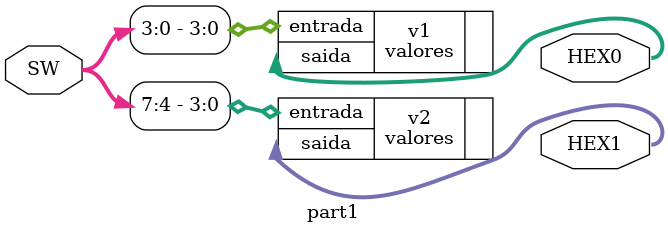
<source format=sv>
module part1(SW,HEX0,HEX1);
		input logic [7:0] SW;
		output logic[6:0]HEX0,HEX1;
	
	valores v1(
			.entrada(SW[3:0]),
			.saida(HEX0)
	);
	
	valores v2(
			.entrada(SW[7:4]),
			.saida(HEX1)
	);
endmodule

</source>
